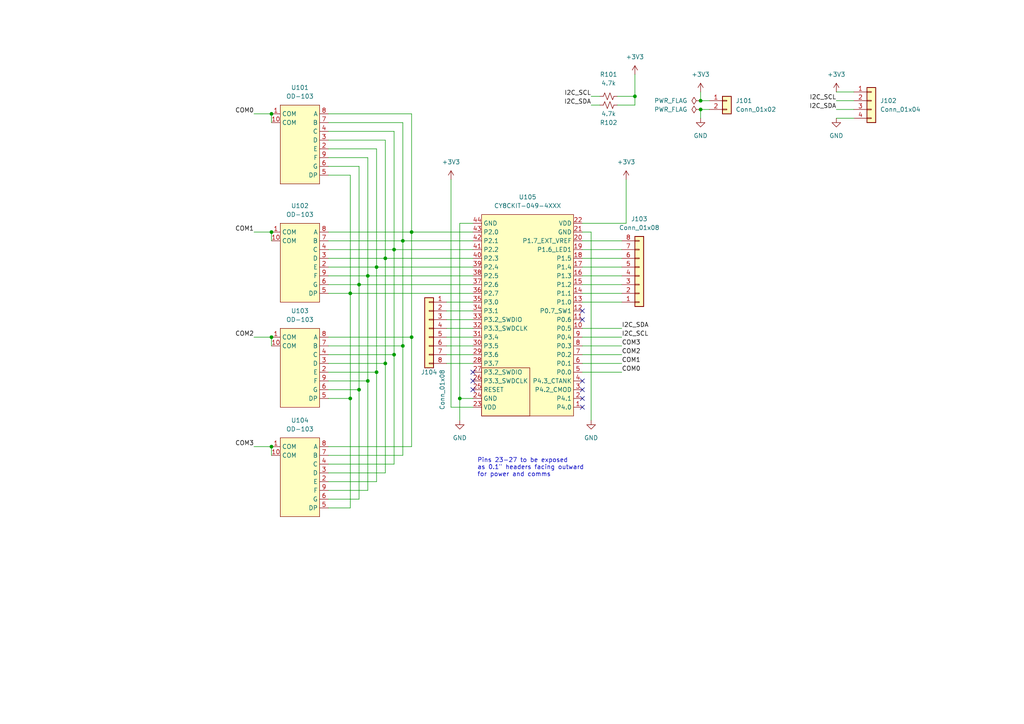
<source format=kicad_sch>
(kicad_sch (version 20211123) (generator eeschema)
  (paper "A4")
  (lib_symbols
    (symbol "BorgelSym2:CY8CKIT-049-4XXX"
      (property "Reference" "U" (at -13.97 30.48 0))
      (property "Value" "CY8CKIT-049-4XXX" (at 0 -30.48 0))
      (symbol "CY8CKIT-049-4XXX_0_0"
        (pin bidirectional line (at 15.24 -26.67 180) (length 2.54) (name "P4.0") (number "1"))
        (pin bidirectional line (at 15.24 -3.81 180) (length 2.54) (name "P0.5") (number "10"))
        (pin bidirectional line (at 15.24 -1.27 180) (length 2.54) (name "P0.6") (number "11"))
        (pin bidirectional line (at 15.24 1.27 180) (length 2.54) (name "P0.7_SW1") (number "12"))
        (pin bidirectional line (at 15.24 3.81 180) (length 2.54) (name "P1.0") (number "13"))
        (pin bidirectional line (at 15.24 6.35 180) (length 2.54) (name "P1.1") (number "14"))
        (pin bidirectional line (at 15.24 8.89 180) (length 2.54) (name "P1.2") (number "15"))
        (pin bidirectional line (at 15.24 11.43 180) (length 2.54) (name "P1.3") (number "16"))
        (pin bidirectional line (at 15.24 13.97 180) (length 2.54) (name "P1.4") (number "17"))
        (pin bidirectional line (at 15.24 16.51 180) (length 2.54) (name "P1.5") (number "18"))
        (pin bidirectional line (at 15.24 19.05 180) (length 2.54) (name "P1.6_LED1") (number "19"))
        (pin bidirectional line (at 15.24 -24.13 180) (length 2.54) (name "P4.1") (number "2"))
        (pin bidirectional line (at 15.24 21.59 180) (length 2.54) (name "P1.7_EXT_VREF") (number "20"))
        (pin bidirectional line (at 15.24 24.13 180) (length 2.54) (name "GND") (number "21"))
        (pin bidirectional line (at 15.24 26.67 180) (length 2.54) (name "VDD") (number "22"))
        (pin bidirectional line (at -16.51 -26.67 0) (length 2.54) (name "VDD") (number "23"))
        (pin bidirectional line (at -16.51 -24.13 0) (length 2.54) (name "GND") (number "24"))
        (pin bidirectional line (at -16.51 -21.59 0) (length 2.54) (name "RESET") (number "25"))
        (pin bidirectional line (at -16.51 -19.05 0) (length 2.54) (name "P3.3_SWDCLK") (number "26"))
        (pin bidirectional line (at -16.51 -16.51 0) (length 2.54) (name "P3.2_SWDIO") (number "27"))
        (pin bidirectional line (at -16.51 -13.97 0) (length 2.54) (name "P3.7") (number "28"))
        (pin bidirectional line (at -16.51 -11.43 0) (length 2.54) (name "P3.6") (number "29"))
        (pin bidirectional line (at 15.24 -21.59 180) (length 2.54) (name "P4.2_CMOD") (number "3"))
        (pin bidirectional line (at -16.51 -8.89 0) (length 2.54) (name "P3.5") (number "30"))
        (pin bidirectional line (at -16.51 -6.35 0) (length 2.54) (name "P3.4") (number "31"))
        (pin bidirectional line (at -16.51 -3.81 0) (length 2.54) (name "P3.3_SWDCLK") (number "32"))
        (pin bidirectional line (at -16.51 -1.27 0) (length 2.54) (name "P3.2_SWDIO") (number "33"))
        (pin bidirectional line (at -16.51 1.27 0) (length 2.54) (name "P3.1") (number "34"))
        (pin bidirectional line (at -16.51 3.81 0) (length 2.54) (name "P3.0") (number "35"))
        (pin bidirectional line (at -16.51 6.35 0) (length 2.54) (name "P2.7") (number "36"))
        (pin bidirectional line (at -16.51 8.89 0) (length 2.54) (name "P2.6") (number "37"))
        (pin bidirectional line (at -16.51 11.43 0) (length 2.54) (name "P2.5") (number "38"))
        (pin bidirectional line (at -16.51 13.97 0) (length 2.54) (name "P2.4") (number "39"))
        (pin bidirectional line (at 15.24 -19.05 180) (length 2.54) (name "P4.3_CTANK") (number "4"))
        (pin bidirectional line (at -16.51 16.51 0) (length 2.54) (name "P2.3") (number "40"))
        (pin bidirectional line (at -16.51 19.05 0) (length 2.54) (name "P2.2") (number "41"))
        (pin bidirectional line (at -16.51 21.59 0) (length 2.54) (name "P2.1") (number "42"))
        (pin bidirectional line (at -16.51 24.13 0) (length 2.54) (name "P2.0") (number "43"))
        (pin bidirectional line (at -16.51 26.67 0) (length 2.54) (name "GND") (number "44"))
        (pin bidirectional line (at 15.24 -16.51 180) (length 2.54) (name "P0.0") (number "5"))
        (pin bidirectional line (at 15.24 -13.97 180) (length 2.54) (name "P0.1") (number "6"))
        (pin bidirectional line (at 15.24 -11.43 180) (length 2.54) (name "P0.2") (number "7"))
        (pin bidirectional line (at 15.24 -8.89 180) (length 2.54) (name "P0.3") (number "8"))
        (pin bidirectional line (at 15.24 -6.35 180) (length 2.54) (name "P0.4") (number "9"))
      )
      (symbol "CY8CKIT-049-4XXX_0_1"
        (rectangle (start -13.97 -29.21) (end 0 -15.24))
        (rectangle (start -13.97 29.21) (end 12.7 -29.21) (fill (type background)))
      )
    )
    (symbol "BorgelSym2:OD-103"
      (property "Reference" "U" (at -7.62 11.43 0))
      (property "Value" "OD-103" (at 0 -13.97 0))
      (symbol "OD-103_0_0"
        (pin bidirectional line (at -10.16 7.62 0) (length 2.54) (name "COM") (number "1"))
        (pin bidirectional line (at -10.16 5.08 0) (length 2.54) (name "COM") (number "10"))
        (pin bidirectional line (at 6.35 -2.54 180) (length 2.54) (name "E") (number "2"))
        (pin bidirectional line (at 6.35 0 180) (length 2.54) (name "D") (number "3"))
        (pin bidirectional line (at 6.35 2.54 180) (length 2.54) (name "C") (number "4"))
        (pin bidirectional line (at 6.35 -10.16 180) (length 2.54) (name "DP") (number "5"))
        (pin bidirectional line (at 6.35 -7.62 180) (length 2.54) (name "G") (number "6"))
        (pin bidirectional line (at 6.35 5.08 180) (length 2.54) (name "B") (number "7"))
        (pin bidirectional line (at 6.35 7.62 180) (length 2.54) (name "A") (number "8"))
        (pin bidirectional line (at 6.35 -5.08 180) (length 2.54) (name "F") (number "9"))
      )
      (symbol "OD-103_0_1"
        (rectangle (start -7.62 10.16) (end 3.81 -12.7) (fill (type background)))
      )
    )
    (symbol "Connector_Generic:Conn_01x02" (pin_names (offset 1.016) hide)
      (property "Reference" "J" (at 0 2.54 0))
      (property "Value" "Conn_01x02" (at 0 -5.08 0))
      (symbol "Conn_01x02_1_1"
        (rectangle (start -1.27 -2.413) (end 0 -2.667) (stroke (width 0.1524)))
        (rectangle (start -1.27 0.127) (end 0 -0.127) (stroke (width 0.1524)))
        (rectangle (start -1.27 1.27) (end 1.27 -3.81) (stroke (width 0.254)) (fill (type background)))
        (pin passive line (at -5.08 0 0) (length 3.81) (name "Pin_1") (number "1"))
        (pin passive line (at -5.08 -2.54 0) (length 3.81) (name "Pin_2") (number "2"))
      )
    )
    (symbol "Connector_Generic:Conn_01x04" (pin_names (offset 1.016) hide)
      (property "Reference" "J" (at 0 5.08 0))
      (property "Value" "Conn_01x04" (at 0 -7.62 0))
      (symbol "Conn_01x04_1_1"
        (rectangle (start -1.27 -4.953) (end 0 -5.207) (stroke (width 0.1524)))
        (rectangle (start -1.27 -2.413) (end 0 -2.667) (stroke (width 0.1524)))
        (rectangle (start -1.27 0.127) (end 0 -0.127) (stroke (width 0.1524)))
        (rectangle (start -1.27 2.667) (end 0 2.413) (stroke (width 0.1524)))
        (rectangle (start -1.27 3.81) (end 1.27 -6.35) (stroke (width 0.254)) (fill (type background)))
        (pin passive line (at -5.08 2.54 0) (length 3.81) (name "Pin_1") (number "1"))
        (pin passive line (at -5.08 0 0) (length 3.81) (name "Pin_2") (number "2"))
        (pin passive line (at -5.08 -2.54 0) (length 3.81) (name "Pin_3") (number "3"))
        (pin passive line (at -5.08 -5.08 0) (length 3.81) (name "Pin_4") (number "4"))
      )
    )
    (symbol "Connector_Generic:Conn_01x08" (pin_names (offset 1.016) hide)
      (property "Reference" "J" (at 0 10.16 0))
      (property "Value" "Conn_01x08" (at 0 -12.7 0))
      (symbol "Conn_01x08_1_1"
        (rectangle (start -1.27 -10.033) (end 0 -10.287) (stroke (width 0.1524)))
        (rectangle (start -1.27 -7.493) (end 0 -7.747) (stroke (width 0.1524)))
        (rectangle (start -1.27 -4.953) (end 0 -5.207) (stroke (width 0.1524)))
        (rectangle (start -1.27 -2.413) (end 0 -2.667) (stroke (width 0.1524)))
        (rectangle (start -1.27 0.127) (end 0 -0.127) (stroke (width 0.1524)))
        (rectangle (start -1.27 2.667) (end 0 2.413) (stroke (width 0.1524)))
        (rectangle (start -1.27 5.207) (end 0 4.953) (stroke (width 0.1524)))
        (rectangle (start -1.27 7.747) (end 0 7.493) (stroke (width 0.1524)))
        (rectangle (start -1.27 8.89) (end 1.27 -11.43) (stroke (width 0.254)) (fill (type background)))
        (pin passive line (at -5.08 7.62 0) (length 3.81) (name "Pin_1") (number "1"))
        (pin passive line (at -5.08 5.08 0) (length 3.81) (name "Pin_2") (number "2"))
        (pin passive line (at -5.08 2.54 0) (length 3.81) (name "Pin_3") (number "3"))
        (pin passive line (at -5.08 0 0) (length 3.81) (name "Pin_4") (number "4"))
        (pin passive line (at -5.08 -2.54 0) (length 3.81) (name "Pin_5") (number "5"))
        (pin passive line (at -5.08 -5.08 0) (length 3.81) (name "Pin_6") (number "6"))
        (pin passive line (at -5.08 -7.62 0) (length 3.81) (name "Pin_7") (number "7"))
        (pin passive line (at -5.08 -10.16 0) (length 3.81) (name "Pin_8") (number "8"))
      )
    )
    (symbol "Device:R_Small_US" (pin_numbers hide) (pin_names (offset 0.254) hide)
      (property "Reference" "R" (at 0.762 0.508 0))
      (property "Value" "R_Small_US" (at 0.762 -1.016 0))
      (symbol "R_Small_US_1_1"
        (polyline (pts (xy 0 0) (xy 1.016 -0.381) (xy 0 -0.762) (xy -1.016 -1.143) (xy 0 -1.524)))
        (polyline (pts (xy 0 1.524) (xy 1.016 1.143) (xy 0 0.762) (xy -1.016 0.381) (xy 0 0)))
        (pin passive line (at 0 2.54 270) (length 1.016) (name "~") (number "1"))
        (pin passive line (at 0 -2.54 90) (length 1.016) (name "~") (number "2"))
      )
    )
    (symbol "power:+3V3" (power) (pin_names (offset 0))
      (property "Value" "+3V3" (at 0 3.556 0))
      (symbol "+3V3_0_1"
        (polyline (pts (xy -0.762 1.27) (xy 0 2.54)))
        (polyline (pts (xy 0 0) (xy 0 2.54)))
        (polyline (pts (xy 0 2.54) (xy 0.762 1.27)))
      )
      (symbol "+3V3_1_1"
        (pin power_in line (at 0 0 90) (length 0) hide (name "+3V3") (number "1"))
      )
    )
    (symbol "power:GND" (power) (pin_names (offset 0))
      (property "Value" "GND" (at 0 -3.81 0))
      (symbol "GND_0_1"
        (polyline (pts (xy 0 0) (xy 0 -1.27) (xy 1.27 -1.27) (xy 0 -2.54) (xy -1.27 -1.27) (xy 0 -1.27)))
      )
      (symbol "GND_1_1"
        (pin power_in line (at 0 0 270) (length 0) hide (name "GND") (number "1"))
      )
    )
    (symbol "power:PWR_FLAG" (power) (pin_numbers hide) (pin_names (offset 0) hide)
      (property "Value" "PWR_FLAG" (at 0 3.81 0))
      (symbol "PWR_FLAG_0_0"
        (pin power_out line (at 0 0 90) (length 0) (name "pwr") (number "1"))
      )
      (symbol "PWR_FLAG_0_1"
        (polyline (pts (xy 0 0) (xy 0 1.27) (xy -1.016 1.905) (xy 0 2.54) (xy 1.016 1.905) (xy 0 1.27)))
      )
    )
  )
  (junction (at 106.68 80.01))
  (junction (at 203.2 29.21))
  (junction (at 114.3 102.87))
  (junction (at 101.6 85.09))
  (junction (at 111.76 105.41))
  (junction (at 78.74 33.02))
  (junction (at 116.84 69.85))
  (junction (at 111.76 74.93))
  (junction (at 133.35 115.57))
  (junction (at 119.38 67.31))
  (junction (at 109.22 77.47))
  (junction (at 203.2 31.75))
  (junction (at 104.14 113.03))
  (junction (at 116.84 100.33))
  (junction (at 78.74 129.54))
  (junction (at 119.38 97.79))
  (junction (at 109.22 107.95))
  (junction (at 78.74 67.31))
  (junction (at 101.6 115.57))
  (junction (at 184.15 27.94))
  (junction (at 114.3 72.39))
  (junction (at 78.74 97.79))
  (junction (at 104.14 82.55))
  (junction (at 106.68 110.49))
  (no_connect (at 137.16 113.03))
  (no_connect (at 137.16 107.95))
  (no_connect (at 137.16 110.49))
  (no_connect (at 168.91 90.17))
  (no_connect (at 168.91 92.71))
  (no_connect (at 168.91 115.57))
  (no_connect (at 168.91 118.11))
  (no_connect (at 168.91 110.49))
  (no_connect (at 168.91 113.03))
  (wire (pts (xy 168.91 74.93) (xy 180.34 74.93)))
  (wire (pts (xy 104.14 48.26) (xy 104.14 82.55)))
  (wire (pts (xy 116.84 35.56) (xy 116.84 69.85)))
  (wire (pts (xy 137.16 64.77) (xy 133.35 64.77)))
  (wire (pts (xy 168.91 85.09) (xy 180.34 85.09)))
  (wire (pts (xy 137.16 74.93) (xy 111.76 74.93)))
  (wire (pts (xy 104.14 113.03) (xy 95.25 113.03)))
  (wire (pts (xy 130.81 118.11) (xy 130.81 52.07)))
  (wire (pts (xy 95.25 67.31) (xy 119.38 67.31)))
  (wire (pts (xy 101.6 147.32) (xy 95.25 147.32)))
  (wire (pts (xy 242.57 34.29) (xy 247.65 34.29)))
  (wire (pts (xy 129.54 92.71) (xy 137.16 92.71)))
  (wire (pts (xy 73.66 97.79) (xy 78.74 97.79)))
  (wire (pts (xy 95.25 82.55) (xy 104.14 82.55)))
  (wire (pts (xy 106.68 142.24) (xy 95.25 142.24)))
  (wire (pts (xy 116.84 35.56) (xy 95.25 35.56)))
  (wire (pts (xy 133.35 115.57) (xy 133.35 121.92)))
  (wire (pts (xy 242.57 31.75) (xy 247.65 31.75)))
  (wire (pts (xy 129.54 105.41) (xy 137.16 105.41)))
  (wire (pts (xy 111.76 40.64) (xy 111.76 74.93)))
  (wire (pts (xy 129.54 87.63) (xy 137.16 87.63)))
  (wire (pts (xy 101.6 115.57) (xy 101.6 147.32)))
  (wire (pts (xy 242.57 29.21) (xy 247.65 29.21)))
  (wire (pts (xy 205.74 31.75) (xy 203.2 31.75)))
  (wire (pts (xy 171.45 67.31) (xy 171.45 121.92)))
  (wire (pts (xy 73.66 67.31) (xy 78.74 67.31)))
  (wire (pts (xy 104.14 113.03) (xy 104.14 144.78)))
  (wire (pts (xy 95.25 74.93) (xy 111.76 74.93)))
  (wire (pts (xy 109.22 43.18) (xy 109.22 77.47)))
  (wire (pts (xy 129.54 95.25) (xy 137.16 95.25)))
  (wire (pts (xy 73.66 129.54) (xy 78.74 129.54)))
  (wire (pts (xy 179.07 30.48) (xy 184.15 30.48)))
  (wire (pts (xy 109.22 107.95) (xy 95.25 107.95)))
  (wire (pts (xy 111.76 40.64) (xy 95.25 40.64)))
  (wire (pts (xy 168.91 82.55) (xy 180.34 82.55)))
  (wire (pts (xy 129.54 100.33) (xy 137.16 100.33)))
  (wire (pts (xy 116.84 69.85) (xy 116.84 100.33)))
  (wire (pts (xy 119.38 97.79) (xy 119.38 129.54)))
  (wire (pts (xy 111.76 105.41) (xy 111.76 137.16)))
  (wire (pts (xy 119.38 33.02) (xy 119.38 67.31)))
  (wire (pts (xy 168.91 67.31) (xy 171.45 67.31)))
  (wire (pts (xy 114.3 134.62) (xy 95.25 134.62)))
  (wire (pts (xy 106.68 110.49) (xy 95.25 110.49)))
  (wire (pts (xy 101.6 50.8) (xy 101.6 85.09)))
  (wire (pts (xy 104.14 82.55) (xy 137.16 82.55)))
  (wire (pts (xy 111.76 105.41) (xy 95.25 105.41)))
  (wire (pts (xy 168.91 80.01) (xy 180.34 80.01)))
  (wire (pts (xy 181.61 64.77) (xy 168.91 64.77)))
  (wire (pts (xy 95.25 77.47) (xy 109.22 77.47)))
  (wire (pts (xy 137.16 115.57) (xy 133.35 115.57)))
  (wire (pts (xy 203.2 31.75) (xy 203.2 34.29)))
  (wire (pts (xy 119.38 129.54) (xy 95.25 129.54)))
  (wire (pts (xy 95.25 33.02) (xy 119.38 33.02)))
  (wire (pts (xy 78.74 33.02) (xy 78.74 35.56)))
  (wire (pts (xy 119.38 67.31) (xy 119.38 97.79)))
  (wire (pts (xy 119.38 67.31) (xy 137.16 67.31)))
  (wire (pts (xy 137.16 80.01) (xy 106.68 80.01)))
  (wire (pts (xy 168.91 105.41) (xy 180.34 105.41)))
  (wire (pts (xy 205.74 29.21) (xy 203.2 29.21)))
  (wire (pts (xy 116.84 100.33) (xy 116.84 132.08)))
  (wire (pts (xy 109.22 77.47) (xy 137.16 77.47)))
  (wire (pts (xy 137.16 85.09) (xy 101.6 85.09)))
  (wire (pts (xy 116.84 132.08) (xy 95.25 132.08)))
  (wire (pts (xy 95.25 38.1) (xy 114.3 38.1)))
  (wire (pts (xy 95.25 69.85) (xy 116.84 69.85)))
  (wire (pts (xy 184.15 27.94) (xy 184.15 21.59)))
  (wire (pts (xy 78.74 129.54) (xy 78.74 132.08)))
  (wire (pts (xy 137.16 118.11) (xy 130.81 118.11)))
  (wire (pts (xy 78.74 67.31) (xy 78.74 69.85)))
  (wire (pts (xy 168.91 95.25) (xy 180.34 95.25)))
  (wire (pts (xy 114.3 38.1) (xy 114.3 72.39)))
  (wire (pts (xy 168.91 72.39) (xy 180.34 72.39)))
  (wire (pts (xy 168.91 102.87) (xy 180.34 102.87)))
  (wire (pts (xy 106.68 45.72) (xy 95.25 45.72)))
  (wire (pts (xy 168.91 107.95) (xy 180.34 107.95)))
  (wire (pts (xy 203.2 29.21) (xy 203.2 26.67)))
  (wire (pts (xy 95.25 43.18) (xy 109.22 43.18)))
  (wire (pts (xy 168.91 97.79) (xy 180.34 97.79)))
  (wire (pts (xy 95.25 72.39) (xy 114.3 72.39)))
  (wire (pts (xy 114.3 72.39) (xy 114.3 102.87)))
  (wire (pts (xy 179.07 27.94) (xy 184.15 27.94)))
  (wire (pts (xy 95.25 80.01) (xy 106.68 80.01)))
  (wire (pts (xy 137.16 69.85) (xy 116.84 69.85)))
  (wire (pts (xy 116.84 100.33) (xy 95.25 100.33)))
  (wire (pts (xy 129.54 90.17) (xy 137.16 90.17)))
  (wire (pts (xy 114.3 102.87) (xy 114.3 134.62)))
  (wire (pts (xy 171.45 30.48) (xy 173.99 30.48)))
  (wire (pts (xy 109.22 139.7) (xy 95.25 139.7)))
  (wire (pts (xy 168.91 87.63) (xy 180.34 87.63)))
  (wire (pts (xy 95.25 85.09) (xy 101.6 85.09)))
  (wire (pts (xy 114.3 102.87) (xy 95.25 102.87)))
  (wire (pts (xy 73.66 33.02) (xy 78.74 33.02)))
  (wire (pts (xy 119.38 97.79) (xy 95.25 97.79)))
  (wire (pts (xy 168.91 100.33) (xy 180.34 100.33)))
  (wire (pts (xy 101.6 115.57) (xy 95.25 115.57)))
  (wire (pts (xy 114.3 72.39) (xy 137.16 72.39)))
  (wire (pts (xy 111.76 74.93) (xy 111.76 105.41)))
  (wire (pts (xy 109.22 107.95) (xy 109.22 139.7)))
  (wire (pts (xy 168.91 69.85) (xy 180.34 69.85)))
  (wire (pts (xy 104.14 82.55) (xy 104.14 113.03)))
  (wire (pts (xy 111.76 137.16) (xy 95.25 137.16)))
  (wire (pts (xy 133.35 64.77) (xy 133.35 115.57)))
  (wire (pts (xy 95.25 48.26) (xy 104.14 48.26)))
  (wire (pts (xy 129.54 97.79) (xy 137.16 97.79)))
  (wire (pts (xy 106.68 45.72) (xy 106.68 80.01)))
  (wire (pts (xy 78.74 97.79) (xy 78.74 100.33)))
  (wire (pts (xy 168.91 77.47) (xy 180.34 77.47)))
  (wire (pts (xy 171.45 27.94) (xy 173.99 27.94)))
  (wire (pts (xy 104.14 144.78) (xy 95.25 144.78)))
  (wire (pts (xy 109.22 77.47) (xy 109.22 107.95)))
  (wire (pts (xy 101.6 50.8) (xy 95.25 50.8)))
  (wire (pts (xy 181.61 52.07) (xy 181.61 64.77)))
  (wire (pts (xy 242.57 26.67) (xy 247.65 26.67)))
  (wire (pts (xy 106.68 110.49) (xy 106.68 142.24)))
  (wire (pts (xy 106.68 80.01) (xy 106.68 110.49)))
  (wire (pts (xy 184.15 30.48) (xy 184.15 27.94)))
  (wire (pts (xy 101.6 85.09) (xy 101.6 115.57)))
  (wire (pts (xy 129.54 102.87) (xy 137.16 102.87)))
  (text "Pins 23-27 to be exposed\nas 0.1\" headers facing outward\nfor power and comms" (at 138.43 138.43 0) (effects (font (size 1.27 1.27)) (justify left bottom)))
  (label "I2C_SDA" (at 171.45 30.48 180))
  (label "I2C_SCL" (at 180.34 97.79 0))
  (label "I2C_SCL" (at 242.57 29.21 180))
  (label "I2C_SDA" (at 180.34 95.25 0))
  (label "COM1" (at 73.66 67.31 180))
  (label "COM2" (at 73.66 97.79 180))
  (label "I2C_SDA" (at 242.57 31.75 180))
  (label "COM2" (at 180.34 102.87 0))
  (label "COM3" (at 180.34 100.33 0))
  (label "I2C_SCL" (at 171.45 27.94 180))
  (label "COM1" (at 180.34 105.41 0))
  (label "COM0" (at 73.66 33.02 180))
  (label "COM3" (at 73.66 129.54 180))
  (label "COM0" (at 180.34 107.95 0))
  (symbol (lib_id "power:+3V3") (at 181.61 52.07 0) (unit 1)
    (property "Reference" "#PWR0108" (effects hide))
    (property "Value" "+3V3" (at 181.61 46.99 0))
  )
  (symbol (lib_id "power:+3V3") (at 242.57 26.67 0) (unit 1)
    (property "Reference" "#PWR0104" (effects hide))
    (property "Value" "+3V3" (at 242.57 21.59 0))
  )
  (symbol (lib_id "power:GND") (at 242.57 34.29 0) (unit 1)
    (property "Reference" "#PWR0106" (effects hide))
    (property "Value" "GND" (at 242.57 39.37 0))
  )
  (symbol (lib_id "power:GND") (at 133.35 121.92 0) (unit 1)
    (property "Reference" "#PWR0102" (effects hide))
    (property "Value" "GND" (at 133.35 127 0))
  )
  (symbol (lib_id "power:+3V3") (at 203.2 26.67 0) (unit 1)
    (property "Reference" "#PWR0103" (effects hide))
    (property "Value" "+3V3" (at 203.2 21.59 0))
  )
  (symbol (lib_id "BorgelSym2:CY8CKIT-049-4XXX") (at 153.67 91.44 0) (unit 1)
    (property "Reference" "U105" (at 153.035 57.15 0))
    (property "Value" "CY8CKIT-049-4XXX" (at 153.035 59.69 0))
    (property "Footprint" "BorgelLib2:CY8CKIT-049-42XX" (effects hide))
  )
  (symbol (lib_id "BorgelSym2:OD-103") (at 88.9 74.93 0) (unit 1)
    (property "Reference" "U102" (at 86.995 59.69 0))
    (property "Value" "OD-103" (at 86.995 62.23 0))
    (property "Footprint" "BorgelLib2:OD-103" (effects hide))
  )
  (symbol (lib_id "power:+3V3") (at 130.81 52.07 0) (unit 1)
    (property "Reference" "#PWR0107" (effects hide))
    (property "Value" "+3V3" (at 130.81 46.99 0))
  )
  (symbol (lib_id "Connector_Generic:Conn_01x08") (at 124.46 95.25 0) (mirror y) (unit 1)
    (property "Reference" "J104" (at 124.46 107.95 0))
    (property "Value" "Conn_01x08" (at 128.27 113.03 90))
    (property "Footprint" "Connector_PinHeader_2.54mm:PinHeader_1x08_P2.54mm_Vertical" (effects hide))
  )
  (symbol (lib_id "power:GND") (at 171.45 121.92 0) (unit 1)
    (property "Reference" "#PWR0109" (effects hide))
    (property "Value" "GND" (at 171.45 127 0))
  )
  (symbol (lib_id "power:+3V3") (at 184.15 21.59 0) (unit 1)
    (property "Reference" "#PWR0101" (effects hide))
    (property "Value" "+3V3" (at 184.15 16.51 0))
  )
  (symbol (lib_id "BorgelSym2:OD-103") (at 88.9 105.41 0) (unit 1)
    (property "Reference" "U103" (at 86.995 90.17 0))
    (property "Value" "OD-103" (at 86.995 92.71 0))
    (property "Footprint" "BorgelLib2:OD-103" (effects hide))
  )
  (symbol (lib_id "power:PWR_FLAG") (at 203.2 29.21 90) (unit 1)
    (property "Reference" "#FLG0101" (effects hide))
    (property "Value" "PWR_FLAG" (at 199.39 29.2099 90) (effects (justify left)))
  )
  (symbol (lib_id "power:GND") (at 203.2 34.29 0) (unit 1)
    (property "Reference" "#PWR0105" (effects hide))
    (property "Value" "GND" (at 203.2 39.37 0))
  )
  (symbol (lib_id "Connector_Generic:Conn_01x02") (at 210.82 29.21 0) (unit 1)
    (property "Reference" "J101" (at 213.36 29.2099 0) (effects (justify left)))
    (property "Value" "Conn_01x02" (at 213.36 31.7499 0) (effects (justify left)))
    (property "Footprint" "Connector_PinHeader_2.54mm:PinHeader_1x02_P2.54mm_Vertical" (effects hide))
  )
  (symbol (lib_id "BorgelSym2:OD-103") (at 88.9 40.64 0) (unit 1)
    (property "Reference" "U101" (at 86.995 25.4 0))
    (property "Value" "OD-103" (at 86.995 27.94 0))
    (property "Footprint" "BorgelLib2:OD-103" (effects hide))
  )
  (symbol (lib_id "Connector_Generic:Conn_01x08") (at 185.42 80.01 0) (mirror x) (unit 1)
    (property "Reference" "J103" (at 185.42 63.5 0))
    (property "Value" "Conn_01x08" (at 185.42 66.04 0))
    (property "Footprint" "Connector_PinHeader_2.54mm:PinHeader_1x08_P2.54mm_Vertical" (effects hide))
  )
  (symbol (lib_id "Connector_Generic:Conn_01x04") (at 252.73 29.21 0) (unit 1)
    (property "Reference" "J102" (at 255.27 29.2099 0) (effects (justify left)))
    (property "Value" "Conn_01x04" (at 255.27 31.7499 0) (effects (justify left)))
    (property "Footprint" "Connector_PinHeader_2.54mm:PinHeader_1x04_P2.54mm_Vertical" (effects hide))
  )
  (symbol (lib_id "power:PWR_FLAG") (at 203.2 31.75 90) (unit 1)
    (property "Reference" "#FLG0102" (effects hide))
    (property "Value" "PWR_FLAG" (at 199.39 31.7499 90) (effects (justify left)))
  )
  (symbol (lib_id "Device:R_Small_US") (at 176.53 30.48 270) (unit 1)
    (property "Reference" "R102" (at 176.53 35.56 90))
    (property "Value" "4.7k" (at 176.53 33.02 90))
    (property "Footprint" "Resistor_SMD:R_0805_2012Metric_Pad1.20x1.40mm_HandSolder" (effects hide))
  )
  (symbol (lib_id "Device:R_Small_US") (at 176.53 27.94 90) (unit 1)
    (property "Reference" "R101" (at 176.53 21.59 90))
    (property "Value" "4.7k" (at 176.53 24.13 90))
    (property "Footprint" "Resistor_SMD:R_0805_2012Metric_Pad1.20x1.40mm_HandSolder" (effects hide))
  )
  (symbol (lib_id "BorgelSym2:OD-103") (at 88.9 137.16 0) (unit 1)
    (property "Reference" "U104" (at 86.995 121.92 0))
    (property "Value" "OD-103" (at 86.995 124.46 0))
    (property "Footprint" "BorgelLib2:OD-103" (effects hide))
  )
)
</source>
